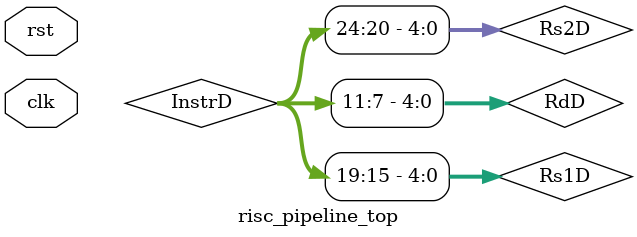
<source format=v>
`timescale 1ns / 1ps

module risc_pipeline_top(
    input clk,
    input rst
);

    // Program Counter Wires
    wire [31:0] PCF, PCNextF, PCPlus4F;

    // IF/ID
    wire [31:0] InstrF, InstrD, PCPlus4D, PCD;
    wire StallF, StallD, FlushD;


    // Control Signals from Decode
    wire RegWriteD, MemWriteD, ALUSrcD, JumpD, BranchD;
    wire [1:0] ResultSrcD;
    wire [2:0] ImmSrcD, ALUControlD;

    wire [31:0] ImmExtD, RD1D, RD2D;

    // ID/EX
    wire [31:0] RD1E, RD2E, ImmExtE, PCE, PCPlus4E;
    wire [4:0] Rs1E, Rs2E, RdE;
    wire RegWriteE, MemWriteE, ALUSrcE, JumpE, BranchE;
    wire [1:0] ResultSrcE;
    wire [2:0] ALUControlE;

    // Execute stage
    wire [31:0] PCTargetE, SrcAE, SrcBE, ALUResultE, WriteDataE;
    wire ZeroE, PCSrcE;

    // EX/MEM
    wire RegWriteM, MemWriteM;
    wire [1:0] ResultSrcM;
    wire [31:0] ALUResultM, WriteDataM, PCPlus4M;
    wire [4:0] RdM;

    // MEM stage
    wire [31:0] ReadDataM;

    // MEM/WB
    wire RegWriteW;
    wire [1:0] ResultSrcW;
    wire [31:0] ALUResultW, ReadDataW, PCPlus4W;
    wire [4:0] RdW;

    wire [31:0] ResultW;

    // Hazard Unit
    wire [1:0] ForwardAE, ForwardBE;
    wire FlushE;

    // Instruction Fetch
    pc_next_mux pc_mux (PCPlus4F, PCTargetE, PCSrcE, PCNextF);
    pc_reg_adder pc_reg (clk, rst, ~StallF, PCNextF, PCF, PCPlus4F);
    instruction_memory im (PCF, InstrF);

    // IF/ID Register
    if_id_register ifid (clk, rst, ~StallD, FlushD, InstrF, PCF, PCPlus4F, InstrD, PCD, PCPlus4D);
    
    // Control Unit
    control_unit ctrl (InstrD[6:0], InstrD[14:12], InstrD[30], ResultSrcD, MemWriteD, ALUControlD, 
                        ALUSrcD, ImmSrcD, RegWriteD, BranchD, JumpD);

    // Register File
    register_file rf (clk, rst, RegWriteW, InstrD[19:15], InstrD[24:20], RdW, ResultW, RD1D, RD2D);

    // Sign Extend
    sign_extend se (InstrD[31:7], ImmSrcD, ImmExtD);

    wire [4:0] Rs1D = InstrD[19:15];
    wire [4:0] Rs2D = InstrD[24:20];
    wire [4:0] RdD  = InstrD[11:7];
    
    // ID/EX Register
    id_ex_register idex (clk, FlushE, RegWriteD, ResultSrcD, MemWriteD, JumpD, BranchD, ALUControlD, 
        ALUSrcD, RD1D, RD2D, PCD, Rs1D, Rs2D, RdD, 
        ImmExtD, PCPlus4D, RegWriteE, ResultSrcE, MemWriteE,
        JumpE, BranchE, ALUControlE, ALUSrcE, RD1E, RD2E, PCE,
        Rs1E, Rs2E, RdE, ImmExtE,PCPlus4E);

    // Forwarding muxes
    mux3 fwdA (RD1E, ResultW, ALUResultM, ForwardAE, SrcAE);
    mux3 fwdB (RD2E, ResultW, ALUResultM, ForwardBE, WriteDataE);

    // ALU Operand mux
    alu_mux amux (WriteDataE,ImmExtE, ALUSrcE, SrcBE);

    // ALU
    alu alu_core (SrcAE, SrcBE, ALUControlE, ALUResultE, ZeroE);

    // PC Target Adder
    pc_target_adder pctarget (PCE, ImmExtE, PCTargetE);

    // PCSrc Logic
    pcsrc_gen pgen (BranchE, JumpE, ZeroE, PCSrcE);

    // EX/MEM Register
    ex_mem_register exmem (clk, RegWriteE, ResultSrcE, MemWriteE,
        ALUResultE, WriteDataE, RdE, PCPlus4E, RegWriteM, ResultSrcM, MemWriteM,
        ALUResultM, WriteDataM, RdM, PCPlus4M);

    // Data Memory
    data_memory dmem (clk, rst, ALUResultM, WriteDataM,
        MemWriteM, ReadDataM);

    // MEM/WB Register
    mem_wb_register memwb (clk, ResultSrcM, RegWriteM, ALUResultM,
        ReadDataM, RdM, PCPlus4M,ResultSrcW,
        RegWriteW, ALUResultW,
        ReadDataW, RdW, PCPlus4W);

    // WB Result Mux
    mux3 result_mux (ALUResultW, ReadDataW, PCPlus4W, ResultSrcW, ResultW);

    // Hazard Unit
    hazard_unit hazard (Rs1D, Rs2D, Rs1E, Rs2E, RdE, ResultSrcE[0],
        RdM, RegWriteM, RdW, RegWriteW, PCSrcE,
        StallF, StallD, FlushD, FlushE,
        ForwardAE, ForwardBE);

endmodule

</source>
